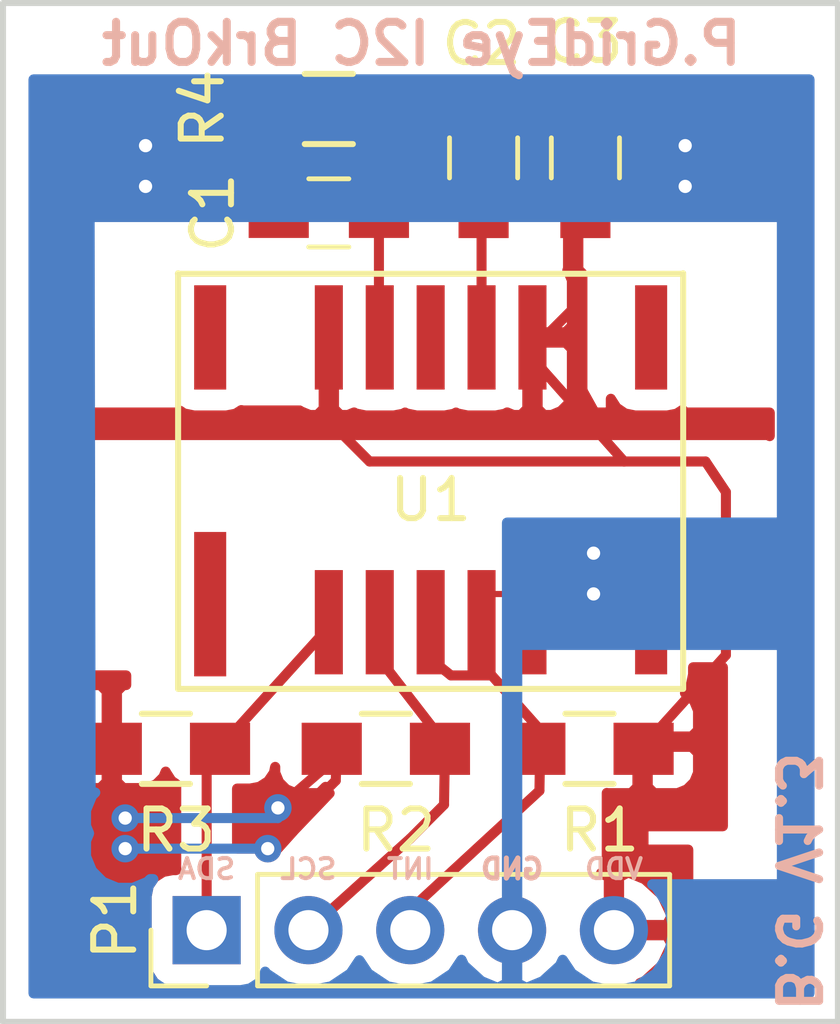
<source format=kicad_pcb>
(kicad_pcb (version 4) (host pcbnew 4.0.5)

  (general
    (links 20)
    (no_connects 0)
    (area 142.164999 98.6742 163.143001 127.159733)
    (thickness 1.6)
    (drawings 12)
    (tracks 67)
    (zones 0)
    (modules 9)
    (nets 9)
  )

  (page A4)
  (layers
    (0 F.Cu signal)
    (31 B.Cu signal hide)
    (34 B.Paste user)
    (35 F.Paste user hide)
    (36 B.SilkS user hide)
    (37 F.SilkS user)
    (38 B.Mask user)
    (39 F.Mask user hide)
    (44 Edge.Cuts user)
  )

  (setup
    (last_trace_width 0.1524)
    (trace_clearance 0.1524)
    (zone_clearance 0.508)
    (zone_45_only yes)
    (trace_min 0.1524)
    (segment_width 0.2)
    (edge_width 0.15)
    (via_size 0.6858)
    (via_drill 0.3302)
    (via_min_size 0.6858)
    (via_min_drill 0.3302)
    (uvia_size 0.762)
    (uvia_drill 0.508)
    (uvias_allowed no)
    (uvia_min_size 0)
    (uvia_min_drill 0)
    (pcb_text_width 0.3)
    (pcb_text_size 1.5 1.5)
    (mod_edge_width 0.15)
    (mod_text_size 1 1)
    (mod_text_width 0.15)
    (pad_size 1.524 1.524)
    (pad_drill 0.762)
    (pad_to_mask_clearance 0.2)
    (aux_axis_origin 147.32 122.174)
    (visible_elements 7FFEDE7F)
    (pcbplotparams
      (layerselection 0x00030_80000001)
      (usegerberextensions false)
      (excludeedgelayer true)
      (linewidth 0.100000)
      (plotframeref false)
      (viasonmask false)
      (mode 1)
      (useauxorigin false)
      (hpglpennumber 1)
      (hpglpenspeed 20)
      (hpglpendiameter 15)
      (hpglpenoverlay 2)
      (psnegative false)
      (psa4output false)
      (plotreference true)
      (plotvalue true)
      (plotinvisibletext false)
      (padsonsilk false)
      (subtractmaskfromsilk false)
      (outputformat 1)
      (mirror false)
      (drillshape 1)
      (scaleselection 1)
      (outputdirectory ""))
  )

  (net 0 "")
  (net 1 "Net-(C1-Pad1)")
  (net 2 GND)
  (net 3 "Net-(C2-Pad1)")
  (net 4 "Net-(C2-Pad2)")
  (net 5 VDD)
  (net 6 INT)
  (net 7 SCL)
  (net 8 SDA)

  (net_class Default "This is the default net class."
    (clearance 0.1524)
    (trace_width 0.1524)
    (via_dia 0.6858)
    (via_drill 0.3302)
    (uvia_dia 0.762)
    (uvia_drill 0.508)
    (add_net GND)
    (add_net INT)
    (add_net "Net-(C1-Pad1)")
    (add_net "Net-(C2-Pad1)")
    (add_net "Net-(C2-Pad2)")
    (add_net SCL)
    (add_net SDA)
    (add_net VDD)
  )

  (net_class OSH_PARK ""
    (clearance 0.1524)
    (trace_width 0.1524)
    (via_dia 0.6858)
    (via_drill 0.3302)
    (uvia_dia 0.762)
    (uvia_drill 0.508)
  )

  (module Panasonic_GridEye:AMG8851 (layer F.Cu) (tedit 593C76EB) (tstamp 589174DD)
    (at 152.908 110.9472)
    (path /588EB397)
    (fp_text reference U1 (at 0 0.5) (layer F.SilkS)
      (effects (font (size 1 1) (thickness 0.15)))
    )
    (fp_text value GridEye (at 0 -0.5) (layer F.Fab)
      (effects (font (size 1 1) (thickness 0.15)))
    )
    (fp_line (start 6.3 -5.15) (end 6.3 5.2) (layer F.SilkS) (width 0.15))
    (fp_line (start 6.3 5.2128) (end -6.3 5.2128) (layer F.SilkS) (width 0.15))
    (fp_line (start -6.3 5.2) (end -6.3 -5.15) (layer F.SilkS) (width 0.15))
    (fp_line (start -6.3048 -5.1366) (end 6.3 -5.1366) (layer F.SilkS) (width 0.15))
    (pad 9 smd rect (at 2.54 -3.55) (size 0.7 2.6) (layers F.Cu F.Paste F.Mask)
      (net 5 VDD))
    (pad 10 smd rect (at 1.27 -3.55) (size 0.7 2.6) (layers F.Cu F.Paste F.Mask)
      (net 3 "Net-(C2-Pad1)"))
    (pad 11 smd rect (at 0 -3.55) (size 0.7 2.6) (layers F.Cu F.Paste F.Mask))
    (pad 12 smd rect (at -1.27 -3.55) (size 0.7 2.6) (layers F.Cu F.Paste F.Mask)
      (net 1 "Net-(C1-Pad1)"))
    (pad 13 smd rect (at -2.54 -3.55) (size 0.7 2.6) (layers F.Cu F.Paste F.Mask)
      (net 5 VDD))
    (pad 1 smd rect (at -5.5 3.1) (size 0.8 3.6) (layers F.Cu F.Paste F.Mask))
    (pad 14 smd rect (at -5.5 -3.55) (size 0.8 2.6) (layers F.Cu F.Paste F.Mask))
    (pad 8 smd rect (at 5.5 -3.55) (size 0.8 2.6) (layers F.Cu F.Paste F.Mask))
    (pad 7 smd rect (at 5.5 3.55) (size 0.8 2.6) (layers F.Cu F.Paste F.Mask))
    (pad 2 smd rect (at -2.54 3.55) (size 0.7 2.6) (layers F.Cu F.Paste F.Mask)
      (net 8 SDA))
    (pad 3 smd rect (at -1.27 3.55) (size 0.7 2.6) (layers F.Cu F.Paste F.Mask)
      (net 7 SCL))
    (pad 4 smd rect (at 0 3.55) (size 0.7 2.6) (layers F.Cu F.Paste F.Mask)
      (net 6 INT))
    (pad 5 smd rect (at 1.27 3.55) (size 0.7 2.6) (layers F.Cu F.Paste F.Mask)
      (net 2 GND))
    (pad 6 smd rect (at 2.54 3.55) (size 0.7 2.6) (layers F.Cu F.Paste F.Mask)
      (net 2 GND))
  )

  (module Capacitors_SMD:C_0805_HandSoldering (layer F.Cu) (tedit 58CC3562) (tstamp 58917450)
    (at 150.368 104.2924 180)
    (descr "Capacitor SMD 0805, hand soldering")
    (tags "capacitor 0805")
    (path /588EBF47)
    (attr smd)
    (fp_text reference C1 (at 2.8956 0 270) (layer F.SilkS)
      (effects (font (size 1 1) (thickness 0.15)))
    )
    (fp_text value 1.5uF (at 0 2.1 180) (layer F.Fab)
      (effects (font (size 1 1) (thickness 0.15)))
    )
    (fp_line (start -1 0.625) (end -1 -0.625) (layer F.Fab) (width 0.1))
    (fp_line (start 1 0.625) (end -1 0.625) (layer F.Fab) (width 0.1))
    (fp_line (start 1 -0.625) (end 1 0.625) (layer F.Fab) (width 0.1))
    (fp_line (start -1 -0.625) (end 1 -0.625) (layer F.Fab) (width 0.1))
    (fp_line (start -2.3 -1) (end 2.3 -1) (layer F.CrtYd) (width 0.05))
    (fp_line (start -2.3 1) (end 2.3 1) (layer F.CrtYd) (width 0.05))
    (fp_line (start -2.3 -1) (end -2.3 1) (layer F.CrtYd) (width 0.05))
    (fp_line (start 2.3 -1) (end 2.3 1) (layer F.CrtYd) (width 0.05))
    (fp_line (start 0.5 -0.85) (end -0.5 -0.85) (layer F.SilkS) (width 0.12))
    (fp_line (start -0.5 0.85) (end 0.5 0.85) (layer F.SilkS) (width 0.12))
    (pad 1 smd rect (at -1.25 0 180) (size 1.5 1.25) (layers F.Cu F.Paste F.Mask)
      (net 1 "Net-(C1-Pad1)"))
    (pad 2 smd rect (at 1.25 0 180) (size 1.5 1.25) (layers F.Cu F.Paste F.Mask)
      (net 2 GND))
    (model Capacitors_SMD.3dshapes/C_0805_HandSoldering.wrl
      (at (xyz 0 0 0))
      (scale (xyz 1 1 1))
      (rotate (xyz 0 0 0))
    )
  )

  (module Capacitors_SMD:C_0805_HandSoldering (layer F.Cu) (tedit 593C7490) (tstamp 58917460)
    (at 154.2288 102.9208 90)
    (descr "Capacitor SMD 0805, hand soldering")
    (tags "capacitor 0805")
    (path /588EB4F3)
    (attr smd)
    (fp_text reference C2 (at 2.8448 -0.0508 360) (layer F.SilkS)
      (effects (font (size 1 1) (thickness 0.15)))
    )
    (fp_text value 1uF (at 0 2.1 90) (layer F.Fab)
      (effects (font (size 1 1) (thickness 0.15)))
    )
    (fp_line (start -1 0.625) (end -1 -0.625) (layer F.Fab) (width 0.1))
    (fp_line (start 1 0.625) (end -1 0.625) (layer F.Fab) (width 0.1))
    (fp_line (start 1 -0.625) (end 1 0.625) (layer F.Fab) (width 0.1))
    (fp_line (start -1 -0.625) (end 1 -0.625) (layer F.Fab) (width 0.1))
    (fp_line (start -2.3 -1) (end 2.3 -1) (layer F.CrtYd) (width 0.05))
    (fp_line (start -2.3 1) (end 2.3 1) (layer F.CrtYd) (width 0.05))
    (fp_line (start -2.3 -1) (end -2.3 1) (layer F.CrtYd) (width 0.05))
    (fp_line (start 2.3 -1) (end 2.3 1) (layer F.CrtYd) (width 0.05))
    (fp_line (start 0.5 -0.85) (end -0.5 -0.85) (layer F.SilkS) (width 0.12))
    (fp_line (start -0.5 0.85) (end 0.5 0.85) (layer F.SilkS) (width 0.12))
    (pad 1 smd rect (at -1.25 0 90) (size 1.5 1.25) (layers F.Cu F.Paste F.Mask)
      (net 3 "Net-(C2-Pad1)"))
    (pad 2 smd rect (at 1.25 0 90) (size 1.5 1.25) (layers F.Cu F.Paste F.Mask)
      (net 4 "Net-(C2-Pad2)"))
    (model Capacitors_SMD.3dshapes/C_0805_HandSoldering.wrl
      (at (xyz 0 0 0))
      (scale (xyz 1 1 1))
      (rotate (xyz 0 0 0))
    )
  )

  (module Capacitors_SMD:C_0805_HandSoldering (layer F.Cu) (tedit 593C7498) (tstamp 58917470)
    (at 156.7688 102.9208 90)
    (descr "Capacitor SMD 0805, hand soldering")
    (tags "capacitor 0805")
    (path /588EC4A4)
    (attr smd)
    (fp_text reference C3 (at 2.8956 -0.0508 360) (layer F.SilkS)
      (effects (font (size 1 1) (thickness 0.15)))
    )
    (fp_text value 10uF (at 0 2.1 90) (layer F.Fab)
      (effects (font (size 1 1) (thickness 0.15)))
    )
    (fp_line (start -1 0.625) (end -1 -0.625) (layer F.Fab) (width 0.1))
    (fp_line (start 1 0.625) (end -1 0.625) (layer F.Fab) (width 0.1))
    (fp_line (start 1 -0.625) (end 1 0.625) (layer F.Fab) (width 0.1))
    (fp_line (start -1 -0.625) (end 1 -0.625) (layer F.Fab) (width 0.1))
    (fp_line (start -2.3 -1) (end 2.3 -1) (layer F.CrtYd) (width 0.05))
    (fp_line (start -2.3 1) (end 2.3 1) (layer F.CrtYd) (width 0.05))
    (fp_line (start -2.3 -1) (end -2.3 1) (layer F.CrtYd) (width 0.05))
    (fp_line (start 2.3 -1) (end 2.3 1) (layer F.CrtYd) (width 0.05))
    (fp_line (start 0.5 -0.85) (end -0.5 -0.85) (layer F.SilkS) (width 0.12))
    (fp_line (start -0.5 0.85) (end 0.5 0.85) (layer F.SilkS) (width 0.12))
    (pad 1 smd rect (at -1.25 0 90) (size 1.5 1.25) (layers F.Cu F.Paste F.Mask)
      (net 5 VDD))
    (pad 2 smd rect (at 1.25 0 90) (size 1.5 1.25) (layers F.Cu F.Paste F.Mask)
      (net 2 GND))
    (model Capacitors_SMD.3dshapes/C_0805_HandSoldering.wrl
      (at (xyz 0 0 0))
      (scale (xyz 1 1 1))
      (rotate (xyz 0 0 0))
    )
  )

  (module Pin_Headers:Pin_Header_Straight_1x05_Pitch2.54mm (layer F.Cu) (tedit 58941315) (tstamp 58917487)
    (at 147.32 122.174 90)
    (descr "Through hole straight pin header, 1x05, 2.54mm pitch, single row")
    (tags "Through hole pin header THT 1x05 2.54mm single row")
    (path /588F05A1)
    (fp_text reference P1 (at 0.254 -2.286 90) (layer F.SilkS)
      (effects (font (size 1 1) (thickness 0.15)))
    )
    (fp_text value CONN_01X05 (at 0 12.55 90) (layer F.Fab)
      (effects (font (size 1 1) (thickness 0.15)))
    )
    (fp_line (start -1.27 -1.27) (end -1.27 11.43) (layer F.Fab) (width 0.1))
    (fp_line (start -1.27 11.43) (end 1.27 11.43) (layer F.Fab) (width 0.1))
    (fp_line (start 1.27 11.43) (end 1.27 -1.27) (layer F.Fab) (width 0.1))
    (fp_line (start 1.27 -1.27) (end -1.27 -1.27) (layer F.Fab) (width 0.1))
    (fp_line (start -1.39 1.27) (end -1.39 11.55) (layer F.SilkS) (width 0.12))
    (fp_line (start -1.39 11.55) (end 1.39 11.55) (layer F.SilkS) (width 0.12))
    (fp_line (start 1.39 11.55) (end 1.39 1.27) (layer F.SilkS) (width 0.12))
    (fp_line (start 1.39 1.27) (end -1.39 1.27) (layer F.SilkS) (width 0.12))
    (fp_line (start -1.39 0) (end -1.39 -1.39) (layer F.SilkS) (width 0.12))
    (fp_line (start -1.39 -1.39) (end 0 -1.39) (layer F.SilkS) (width 0.12))
    (fp_line (start -1.6 -1.6) (end -1.6 11.7) (layer F.CrtYd) (width 0.05))
    (fp_line (start -1.6 11.7) (end 1.6 11.7) (layer F.CrtYd) (width 0.05))
    (fp_line (start 1.6 11.7) (end 1.6 -1.6) (layer F.CrtYd) (width 0.05))
    (fp_line (start 1.6 -1.6) (end -1.6 -1.6) (layer F.CrtYd) (width 0.05))
    (pad 1 thru_hole rect (at 0 0 90) (size 1.7 1.7) (drill 1) (layers *.Cu *.Mask)
      (net 8 SDA))
    (pad 2 thru_hole oval (at 0 2.54 90) (size 1.7 1.7) (drill 1) (layers *.Cu *.Mask)
      (net 7 SCL))
    (pad 3 thru_hole oval (at 0 5.08 90) (size 1.7 1.7) (drill 1) (layers *.Cu *.Mask)
      (net 6 INT))
    (pad 4 thru_hole oval (at 0 7.62 90) (size 1.7 1.7) (drill 1) (layers *.Cu *.Mask)
      (net 2 GND))
    (pad 5 thru_hole oval (at 0 10.16 90) (size 1.7 1.7) (drill 1) (layers *.Cu *.Mask)
      (net 5 VDD))
    (model Pin_Headers.3dshapes/Pin_Header_Straight_1x05_Pitch2.54mm.wrl
      (at (xyz 0 -0.2 0))
      (scale (xyz 1 1 1))
      (rotate (xyz 0 0 90))
    )
  )

  (module Resistors_SMD:R_0805_HandSoldering (layer F.Cu) (tedit 5894138F) (tstamp 58917497)
    (at 156.8704 117.6528 180)
    (descr "Resistor SMD 0805, hand soldering")
    (tags "resistor 0805")
    (path /588EB428)
    (attr smd)
    (fp_text reference R1 (at -0.254 -2.032 180) (layer F.SilkS)
      (effects (font (size 1 1) (thickness 0.15)))
    )
    (fp_text value 10K (at 0 2.1 180) (layer F.Fab)
      (effects (font (size 1 1) (thickness 0.15)))
    )
    (fp_line (start -1 0.625) (end -1 -0.625) (layer F.Fab) (width 0.1))
    (fp_line (start 1 0.625) (end -1 0.625) (layer F.Fab) (width 0.1))
    (fp_line (start 1 -0.625) (end 1 0.625) (layer F.Fab) (width 0.1))
    (fp_line (start -1 -0.625) (end 1 -0.625) (layer F.Fab) (width 0.1))
    (fp_line (start -2.4 -1) (end 2.4 -1) (layer F.CrtYd) (width 0.05))
    (fp_line (start -2.4 1) (end 2.4 1) (layer F.CrtYd) (width 0.05))
    (fp_line (start -2.4 -1) (end -2.4 1) (layer F.CrtYd) (width 0.05))
    (fp_line (start 2.4 -1) (end 2.4 1) (layer F.CrtYd) (width 0.05))
    (fp_line (start 0.6 0.875) (end -0.6 0.875) (layer F.SilkS) (width 0.15))
    (fp_line (start -0.6 -0.875) (end 0.6 -0.875) (layer F.SilkS) (width 0.15))
    (pad 1 smd rect (at -1.35 0 180) (size 1.5 1.3) (layers F.Cu F.Paste F.Mask)
      (net 5 VDD))
    (pad 2 smd rect (at 1.35 0 180) (size 1.5 1.3) (layers F.Cu F.Paste F.Mask)
      (net 6 INT))
    (model Resistors_SMD.3dshapes/R_0805_HandSoldering.wrl
      (at (xyz 0 0 0))
      (scale (xyz 1 1 1))
      (rotate (xyz 0 0 0))
    )
  )

  (module Resistors_SMD:R_0805_HandSoldering (layer F.Cu) (tedit 5894138C) (tstamp 589174A7)
    (at 151.7904 117.6528)
    (descr "Resistor SMD 0805, hand soldering")
    (tags "resistor 0805")
    (path /588EB478)
    (attr smd)
    (fp_text reference R2 (at 0.254 2.032) (layer F.SilkS)
      (effects (font (size 1 1) (thickness 0.15)))
    )
    (fp_text value 10K (at 0 2.1) (layer F.Fab)
      (effects (font (size 1 1) (thickness 0.15)))
    )
    (fp_line (start -1 0.625) (end -1 -0.625) (layer F.Fab) (width 0.1))
    (fp_line (start 1 0.625) (end -1 0.625) (layer F.Fab) (width 0.1))
    (fp_line (start 1 -0.625) (end 1 0.625) (layer F.Fab) (width 0.1))
    (fp_line (start -1 -0.625) (end 1 -0.625) (layer F.Fab) (width 0.1))
    (fp_line (start -2.4 -1) (end 2.4 -1) (layer F.CrtYd) (width 0.05))
    (fp_line (start -2.4 1) (end 2.4 1) (layer F.CrtYd) (width 0.05))
    (fp_line (start -2.4 -1) (end -2.4 1) (layer F.CrtYd) (width 0.05))
    (fp_line (start 2.4 -1) (end 2.4 1) (layer F.CrtYd) (width 0.05))
    (fp_line (start 0.6 0.875) (end -0.6 0.875) (layer F.SilkS) (width 0.15))
    (fp_line (start -0.6 -0.875) (end 0.6 -0.875) (layer F.SilkS) (width 0.15))
    (pad 1 smd rect (at -1.35 0) (size 1.5 1.3) (layers F.Cu F.Paste F.Mask)
      (net 5 VDD))
    (pad 2 smd rect (at 1.35 0) (size 1.5 1.3) (layers F.Cu F.Paste F.Mask)
      (net 7 SCL))
    (model Resistors_SMD.3dshapes/R_0805_HandSoldering.wrl
      (at (xyz 0 0 0))
      (scale (xyz 1 1 1))
      (rotate (xyz 0 0 0))
    )
  )

  (module Resistors_SMD:R_0805_HandSoldering (layer F.Cu) (tedit 58941392) (tstamp 589174B7)
    (at 146.304 117.6528)
    (descr "Resistor SMD 0805, hand soldering")
    (tags "resistor 0805")
    (path /588EB459)
    (attr smd)
    (fp_text reference R3 (at 0.254 2.032) (layer F.SilkS)
      (effects (font (size 1 1) (thickness 0.15)))
    )
    (fp_text value 10K (at 0 2.1) (layer F.Fab)
      (effects (font (size 1 1) (thickness 0.15)))
    )
    (fp_line (start -1 0.625) (end -1 -0.625) (layer F.Fab) (width 0.1))
    (fp_line (start 1 0.625) (end -1 0.625) (layer F.Fab) (width 0.1))
    (fp_line (start 1 -0.625) (end 1 0.625) (layer F.Fab) (width 0.1))
    (fp_line (start -1 -0.625) (end 1 -0.625) (layer F.Fab) (width 0.1))
    (fp_line (start -2.4 -1) (end 2.4 -1) (layer F.CrtYd) (width 0.05))
    (fp_line (start -2.4 1) (end 2.4 1) (layer F.CrtYd) (width 0.05))
    (fp_line (start -2.4 -1) (end -2.4 1) (layer F.CrtYd) (width 0.05))
    (fp_line (start 2.4 -1) (end 2.4 1) (layer F.CrtYd) (width 0.05))
    (fp_line (start 0.6 0.875) (end -0.6 0.875) (layer F.SilkS) (width 0.15))
    (fp_line (start -0.6 -0.875) (end 0.6 -0.875) (layer F.SilkS) (width 0.15))
    (pad 1 smd rect (at -1.35 0) (size 1.5 1.3) (layers F.Cu F.Paste F.Mask)
      (net 5 VDD))
    (pad 2 smd rect (at 1.35 0) (size 1.5 1.3) (layers F.Cu F.Paste F.Mask)
      (net 8 SDA))
    (model Resistors_SMD.3dshapes/R_0805_HandSoldering.wrl
      (at (xyz 0 0 0))
      (scale (xyz 1 1 1))
      (rotate (xyz 0 0 0))
    )
  )

  (module Resistors_SMD:R_0805_HandSoldering (layer F.Cu) (tedit 58EECDD3) (tstamp 589174C7)
    (at 150.368 101.7016 180)
    (descr "Resistor SMD 0805, hand soldering")
    (tags "resistor 0805")
    (path /588EB5AB)
    (attr smd)
    (fp_text reference R4 (at 3.1496 0 450) (layer F.SilkS)
      (effects (font (size 1 1) (thickness 0.15)))
    )
    (fp_text value 10 (at 0 2.1 180) (layer F.Fab)
      (effects (font (size 1 1) (thickness 0.15)))
    )
    (fp_line (start -1 0.625) (end -1 -0.625) (layer F.Fab) (width 0.1))
    (fp_line (start 1 0.625) (end -1 0.625) (layer F.Fab) (width 0.1))
    (fp_line (start 1 -0.625) (end 1 0.625) (layer F.Fab) (width 0.1))
    (fp_line (start -1 -0.625) (end 1 -0.625) (layer F.Fab) (width 0.1))
    (fp_line (start -2.4 -1) (end 2.4 -1) (layer F.CrtYd) (width 0.05))
    (fp_line (start -2.4 1) (end 2.4 1) (layer F.CrtYd) (width 0.05))
    (fp_line (start -2.4 -1) (end -2.4 1) (layer F.CrtYd) (width 0.05))
    (fp_line (start 2.4 -1) (end 2.4 1) (layer F.CrtYd) (width 0.05))
    (fp_line (start 0.6 0.875) (end -0.6 0.875) (layer F.SilkS) (width 0.15))
    (fp_line (start -0.6 -0.875) (end 0.6 -0.875) (layer F.SilkS) (width 0.15))
    (pad 1 smd rect (at -1.35 0 180) (size 1.5 1.3) (layers F.Cu F.Paste F.Mask)
      (net 4 "Net-(C2-Pad2)"))
    (pad 2 smd rect (at 1.35 0 180) (size 1.5 1.3) (layers F.Cu F.Paste F.Mask)
      (net 2 GND))
    (model Resistors_SMD.3dshapes/R_0805_HandSoldering.wrl
      (at (xyz 0 0 0))
      (scale (xyz 1 1 1))
      (rotate (xyz 0 0 0))
    )
  )

  (gr_text B.G (at 162.052 122.936 270) (layer B.SilkS)
    (effects (font (size 1 1) (thickness 0.2)) (justify mirror))
  )
  (gr_text "P.GridEye I2C BrkOut" (at 152.6794 100.076) (layer B.SilkS)
    (effects (font (size 1 1) (thickness 0.2)) (justify mirror))
  )
  (gr_text V1.3 (at 162.052 119.38 270) (layer B.SilkS)
    (effects (font (size 1 1) (thickness 0.2)) (justify mirror))
  )
  (gr_text VDD (at 157.48 120.65) (layer B.SilkS)
    (effects (font (size 0.5 0.5) (thickness 0.1)) (justify mirror))
  )
  (gr_text GND (at 154.94 120.65) (layer B.SilkS)
    (effects (font (size 0.5 0.5) (thickness 0.125)) (justify mirror))
  )
  (gr_text INT (at 152.4 120.65) (layer B.SilkS)
    (effects (font (size 0.5 0.5) (thickness 0.1)) (justify mirror))
  )
  (gr_text SCL (at 149.86 120.65) (layer B.SilkS)
    (effects (font (size 0.5 0.5) (thickness 0.1)) (justify mirror))
  )
  (gr_text SDA (at 147.32 120.65) (layer B.SilkS)
    (effects (font (size 0.5 0.5) (thickness 0.1)) (justify mirror))
  )
  (gr_line (start 163.068 124.46) (end 142.24 124.46) (angle 90) (layer Edge.Cuts) (width 0.15))
  (gr_line (start 163.068 99.06) (end 163.068 124.46) (angle 90) (layer Edge.Cuts) (width 0.15))
  (gr_line (start 142.24 99.06) (end 163.068 99.06) (angle 90) (layer Edge.Cuts) (width 0.15))
  (gr_line (start 142.24 124.46) (end 142.24 99.06) (angle 90) (layer Edge.Cuts) (width 0.15))

  (segment (start 151.618 104.648) (end 151.618 107.674) (width 0.25) (layer F.Cu) (net 1) (status 20))
  (segment (start 151.618 107.674) (end 151.638 107.694) (width 0.25) (layer F.Cu) (net 1) (tstamp 58941023) (status 30))
  (segment (start 155.448 113.794) (end 154.178 113.794) (width 0.1524) (layer F.Cu) (net 2) (status 30))
  (via (at 145.796 103.632) (size 0.6858) (drill 0.3302) (layers F.Cu B.Cu) (net 2))
  (segment (start 149.018 102.108) (end 147.32 102.108) (width 0.1524) (layer F.Cu) (net 2) (tstamp 58940FF9) (status 10))
  (segment (start 147.32 102.108) (end 145.796 103.632) (width 0.1524) (layer F.Cu) (net 2) (tstamp 58940FF8))
  (via (at 159.258 103.632) (size 0.6858) (drill 0.3302) (layers F.Cu B.Cu) (net 2))
  (segment (start 157.988 102.128) (end 157.988 102.362) (width 0.1524) (layer F.Cu) (net 2) (tstamp 58940FEA))
  (segment (start 157.988 102.362) (end 159.258 103.632) (width 0.1524) (layer F.Cu) (net 2) (tstamp 58940FE9))
  (via (at 156.972 112.776) (size 0.6858) (drill 0.3302) (layers F.Cu B.Cu) (net 2))
  (segment (start 155.448 113.794) (end 155.954 113.794) (width 0.1524) (layer F.Cu) (net 2) (tstamp 58940FE5) (status 10))
  (segment (start 155.954 113.794) (end 156.972 112.776) (width 0.1524) (layer F.Cu) (net 2) (tstamp 58940FE4))
  (via (at 156.972 113.792) (size 0.6858) (drill 0.3302) (layers F.Cu B.Cu) (net 2))
  (segment (start 155.448 113.794) (end 156.97 113.794) (width 0.1524) (layer F.Cu) (net 2) (tstamp 58940FDF) (status 10))
  (segment (start 156.97 113.794) (end 156.972 113.792) (width 0.1524) (layer F.Cu) (net 2) (tstamp 58940FDE))
  (via (at 145.796 102.616) (size 0.6858) (drill 0.3302) (layers F.Cu B.Cu) (net 2))
  (segment (start 149.018 102.108) (end 146.304 102.108) (width 0.1524) (layer F.Cu) (net 2) (tstamp 58940FB7) (status 10))
  (segment (start 146.304 102.108) (end 145.796 102.616) (width 0.1524) (layer F.Cu) (net 2) (tstamp 58940FB6))
  (via (at 159.258 102.616) (size 0.6858) (drill 0.3302) (layers F.Cu B.Cu) (net 2))
  (segment (start 156.464 102.128) (end 157.988 102.128) (width 0.1524) (layer F.Cu) (net 2) (tstamp 58940FAD) (status 10))
  (segment (start 157.988 102.128) (end 158.77 102.128) (width 0.1524) (layer F.Cu) (net 2) (tstamp 58940FED))
  (segment (start 158.77 102.128) (end 159.258 102.616) (width 0.1524) (layer F.Cu) (net 2) (tstamp 58940FAC))
  (segment (start 149.118 104.648) (end 149.118 102.208) (width 0.1524) (layer F.Cu) (net 2) (status 30))
  (segment (start 149.118 102.208) (end 149.018 102.108) (width 0.1524) (layer F.Cu) (net 2) (tstamp 58940FA6) (status 30))
  (segment (start 154.178 107.694) (end 154.178 104.628) (width 0.25) (layer F.Cu) (net 3) (status 10))
  (segment (start 154.178 102.128) (end 151.738 102.128) (width 0.25) (layer F.Cu) (net 4) (status 30))
  (segment (start 151.738 102.128) (end 151.718 102.108) (width 0.25) (layer F.Cu) (net 4) (tstamp 58940FBA) (status 30))
  (via (at 145.288 120.142) (size 0.6858) (drill 0.3302) (layers F.Cu B.Cu) (net 5))
  (segment (start 150.5674 117.5258) (end 150.542 118.444) (width 0.25) (layer F.Cu) (net 5) (tstamp 58941285) (status 10))
  (segment (start 148.844 120.142) (end 150.542 118.444) (width 0.25) (layer F.Cu) (net 5) (tstamp 58941284))
  (via (at 148.844 120.142) (size 0.6858) (drill 0.3302) (layers F.Cu B.Cu) (net 5))
  (segment (start 148.844 120.142) (end 145.288 120.142) (width 0.25) (layer B.Cu) (net 5) (tstamp 5894127E))
  (via (at 145.288 119.38) (size 0.6858) (drill 0.3302) (layers F.Cu B.Cu) (net 5))
  (segment (start 150.5674 117.8598) (end 149.098 119.126) (width 0.25) (layer F.Cu) (net 5) (tstamp 58941226) (status 10))
  (via (at 149.098 119.126) (size 0.6858) (drill 0.3302) (layers F.Cu B.Cu) (net 5))
  (segment (start 149.098 119.38) (end 149.098 119.126) (width 0.25) (layer B.Cu) (net 5) (tstamp 5894121D))
  (segment (start 149.098 119.38) (end 145.288 119.38) (width 0.25) (layer B.Cu) (net 5) (tstamp 5894121C))
  (segment (start 150.5674 117.8598) (end 150.5674 117.5258) (width 0.25) (layer F.Cu) (net 5) (tstamp 58941227) (status 30))
  (segment (start 157.734 110.49) (end 151.384 110.49) (width 0.25) (layer F.Cu) (net 5))
  (segment (start 150.368 109.474) (end 150.368 107.694) (width 0.25) (layer F.Cu) (net 5) (tstamp 58940FCE) (status 20))
  (segment (start 151.384 110.49) (end 150.368 109.474) (width 0.25) (layer F.Cu) (net 5) (tstamp 58940FCC))
  (segment (start 158.3474 117.5258) (end 158.3474 117.4458) (width 0.25) (layer F.Cu) (net 5) (status 30))
  (segment (start 158.3474 117.4458) (end 160.274 115.316) (width 0.25) (layer F.Cu) (net 5) (tstamp 58940FC3) (status 10))
  (segment (start 160.274 115.316) (end 160.274 111.252) (width 0.25) (layer F.Cu) (net 5) (tstamp 58940FC4))
  (segment (start 160.274 111.252) (end 159.766 110.49) (width 0.25) (layer F.Cu) (net 5) (tstamp 58940FC6))
  (segment (start 159.766 110.49) (end 157.734 110.49) (width 0.25) (layer F.Cu) (net 5) (tstamp 58940FC7))
  (segment (start 157.734 110.49) (end 155.702 108.204) (width 0.25) (layer F.Cu) (net 5) (tstamp 58940FC8) (status 20))
  (segment (start 155.702 108.204) (end 155.448 107.694) (width 0.25) (layer F.Cu) (net 5) (tstamp 58940FCB) (status 30))
  (segment (start 155.448 107.694) (end 155.45 107.694) (width 0.25) (layer F.Cu) (net 5) (status 30))
  (segment (start 155.45 107.694) (end 156.464 106.68) (width 0.25) (layer F.Cu) (net 5) (tstamp 58940FBF) (status 10))
  (segment (start 156.464 106.68) (end 156.464 104.628) (width 0.25) (layer F.Cu) (net 5) (tstamp 58940FC0) (status 20))
  (segment (start 152.4 122.174) (end 152.4 121.666) (width 0.25) (layer F.Cu) (net 6) (status 30))
  (segment (start 152.4 121.666) (end 155.622 118.698) (width 0.25) (layer F.Cu) (net 6) (tstamp 589182D7) (status 10))
  (segment (start 155.622 118.698) (end 155.6474 117.1918) (width 0.25) (layer F.Cu) (net 6) (tstamp 589182D8) (status 20))
  (segment (start 155.6474 117.1918) (end 154.432 115.824) (width 0.25) (layer F.Cu) (net 6) (tstamp 589182DA) (status 10))
  (segment (start 154.432 115.824) (end 153.416 115.824) (width 0.25) (layer F.Cu) (net 6) (tstamp 589182DC))
  (segment (start 153.416 115.824) (end 152.908 115.4176) (width 0.25) (layer F.Cu) (net 6) (tstamp 589182DE))
  (segment (start 152.908 115.4176) (end 152.908 113.792) (width 0.25) (layer F.Cu) (net 6) (tstamp 589182DF) (status 20))
  (segment (start 152.908 113.792) (end 152.908 113.794) (width 0.25) (layer F.Cu) (net 6) (tstamp 589182E0) (status 30))
  (segment (start 151.638 113.794) (end 151.638 115.4176) (width 0.25) (layer F.Cu) (net 7) (status 10))
  (segment (start 151.638 115.4176) (end 153.2674 117.5258) (width 0.25) (layer F.Cu) (net 7) (tstamp 589182CF) (status 20))
  (segment (start 153.2674 117.5258) (end 153.242 119.046) (width 0.25) (layer F.Cu) (net 7) (tstamp 589182D1) (status 10))
  (segment (start 153.242 119.046) (end 152.4 119.888) (width 0.25) (layer F.Cu) (net 7) (tstamp 589182D2))
  (segment (start 152.4 119.888) (end 149.86 122.174) (width 0.25) (layer F.Cu) (net 7) (tstamp 589182D4) (status 20))
  (segment (start 150.368 113.794) (end 150.220001 114.781999) (width 0.25) (layer F.Cu) (net 8) (status 30))
  (segment (start 150.220001 114.781999) (end 147.32 117.9868) (width 0.25) (layer F.Cu) (net 8) (tstamp 58918258) (status 20))
  (segment (start 147.32 117.9868) (end 147.32 122.047) (width 0.25) (layer F.Cu) (net 8) (tstamp 5891825A) (status 10))

  (zone (net 2) (net_name GND) (layer B.Cu) (tstamp 589182B5) (hatch edge 0.508)
    (connect_pads (clearance 0.508))
    (min_thickness 0.254)
    (fill yes (arc_segments 16) (thermal_gap 0.508) (thermal_bridge_width 0.508))
    (polygon
      (pts
        (xy 162.4965 124.1425) (xy 142.875 123.952) (xy 142.875 100.838) (xy 162.4965 100.838)
      )
    )
    (polygon
      (pts        (xy 155.194 115.189) (xy 155.194 120.904) (xy 161.544 120.904) (xy 161.544 115.189)
      )
    )
    (polygon
      (pts        (xy 144.526 104.521) (xy 144.5514 118.618) (xy 150.9776 118.618) (xy 151.003 120.904) (xy 154.686 120.904)
        (xy 154.686 111.887) (xy 161.544 111.887) (xy 161.544 104.521)
      )
    )
    (filled_polygon
      (pts
        (xy 162.358 123.75) (xy 143.002 123.75) (xy 143.002 119.573663) (xy 144.309931 119.573663) (xy 144.387344 119.761016)
        (xy 144.31027 119.94663) (xy 144.309931 120.335663) (xy 144.458493 120.695212) (xy 144.733341 120.97054) (xy 145.09263 121.11973)
        (xy 145.481663 121.120069) (xy 145.841212 120.971507) (xy 145.91084 120.902) (xy 145.9898 120.902) (xy 145.873569 121.07211)
        (xy 145.82256 121.324) (xy 145.82256 123.024) (xy 145.866838 123.259317) (xy 146.00591 123.475441) (xy 146.21811 123.620431)
        (xy 146.47 123.67144) (xy 148.17 123.67144) (xy 148.405317 123.627162) (xy 148.621441 123.48809) (xy 148.766431 123.27589)
        (xy 148.780086 123.208459) (xy 148.809946 123.253147) (xy 149.291715 123.575054) (xy 149.86 123.688093) (xy 150.428285 123.575054)
        (xy 150.910054 123.253147) (xy 151.13 122.923974) (xy 151.349946 123.253147) (xy 151.831715 123.575054) (xy 152.4 123.688093)
        (xy 152.968285 123.575054) (xy 153.450054 123.253147) (xy 153.677702 122.912447) (xy 153.744817 123.055358) (xy 154.173076 123.445645)
        (xy 154.58311 123.615476) (xy 154.813 123.494155) (xy 154.813 122.301) (xy 154.793 122.301) (xy 154.793 122.047)
        (xy 154.813 122.047) (xy 154.813 115.189) (xy 155.067 115.189) (xy 155.067 122.047) (xy 155.087 122.047)
        (xy 155.087 122.301) (xy 155.067 122.301) (xy 155.067 123.494155) (xy 155.29689 123.615476) (xy 155.706924 123.445645)
        (xy 156.135183 123.055358) (xy 156.202298 122.912447) (xy 156.429946 123.253147) (xy 156.911715 123.575054) (xy 157.48 123.688093)
        (xy 158.048285 123.575054) (xy 158.530054 123.253147) (xy 158.851961 122.771378) (xy 158.965 122.203093) (xy 158.965 122.144907)
        (xy 158.851961 121.576622) (xy 158.530054 121.094853) (xy 158.434491 121.031) (xy 161.544 121.031) (xy 161.59341 121.020994)
        (xy 161.635035 120.992553) (xy 161.662315 120.950159) (xy 161.671 120.904) (xy 161.671 115.189) (xy 161.660994 115.13959)
        (xy 161.632553 115.097965) (xy 161.590159 115.070685) (xy 161.544 115.062) (xy 155.194 115.062) (xy 155.14459 115.072006)
        (xy 155.102965 115.100447) (xy 155.075685 115.142841) (xy 155.067 115.189) (xy 154.813 115.189) (xy 154.813 112.014)
        (xy 161.544 112.014) (xy 161.59341 112.003994) (xy 161.635035 111.975553) (xy 161.662315 111.933159) (xy 161.671 111.887)
        (xy 161.671 104.521) (xy 161.660994 104.47159) (xy 161.632553 104.429965) (xy 161.590159 104.402685) (xy 161.544 104.394)
        (xy 144.526 104.394) (xy 144.47659 104.404006) (xy 144.434965 104.432447) (xy 144.407685 104.474841) (xy 144.399 104.521229)
        (xy 144.4244 118.618229) (xy 144.434495 118.667621) (xy 144.463011 118.709194) (xy 144.505454 118.736398) (xy 144.541751 118.743194)
        (xy 144.45946 118.825341) (xy 144.31027 119.18463) (xy 144.309931 119.573663) (xy 143.002 119.573663) (xy 143.002 100.965)
        (xy 162.358 100.965)
      )
    )
  )
  (zone (net 5) (net_name VDD) (layer F.Cu) (tstamp 589182BC) (hatch edge 0.508)
    (connect_pads (clearance 0.508))
    (min_thickness 0.254)
    (fill yes (arc_segments 16) (thermal_gap 0.508) (thermal_bridge_width 0.508))
    (polygon
      (pts
        (xy 157.8864 101.1682) (xy 158.6484 101.1682) (xy 159.1056 101.727) (xy 159.8676 101.727) (xy 159.915225 104.013)
        (xy 159.0802 104.013) (xy 158.6992 103.632) (xy 158.1912 102.5398) (xy 157.4292 102.5398) (xy 157.4292 105.1814)
        (xy 156.8196 105.6894) (xy 156.8196 108.6866) (xy 157.0736 109.1438) (xy 157.2768 109.1438) (xy 157.2768 106.2228)
        (xy 157.6324 105.918) (xy 159.3088 105.918) (xy 159.3088 109.1438) (xy 161.4932 109.1438) (xy 161.4932 123.6218)
        (xy 145.2372 123.6218) (xy 142.9512 121.285) (xy 142.9512 109.1438) (xy 146.558 109.1438) (xy 146.558 105.6894)
        (xy 148.2344 105.6894) (xy 148.2344 109.093) (xy 149.6314 109.093) (xy 149.7076 105.3846) (xy 148.1836 105.3846)
        (xy 147.8407 104.9655) (xy 147.9042 103.5685) (xy 147.3454 103.2002) (xy 147.352002 102.251889) (xy 147.7772 100.5586)
        (xy 157.5308 100.5586)
      )
    )
    (polygon
      (pts        (xy 150.7236 118.0338) (xy 150.7236 118.5926) (xy 149.606 119.761) (xy 149.1488 120.269) (xy 147.9804 120.269)
        (xy 147.9804 120.7262) (xy 150.5204 120.7262) (xy 152.8064 118.5926) (xy 152.8064 118.0338)
      )
    )
    (polygon
      (pts        (xy 156.0068 118.11) (xy 156.0068 120.6246) (xy 157.1752 120.6246) (xy 157.1752 118.6434) (xy 157.8356 118.11)
      )
    )
    (polygon
      (pts        (xy 149.4028 115.443) (xy 148.5392 116.3066) (xy 148.5392 116.713) (xy 149.5044 116.713) (xy 149.5044 116.0526)
        (xy 151.384 116.0526) (xy 151.384 115.443)
      )
    )
    (polygon
      (pts        (xy 155.2448 115.2398) (xy 155.2448 115.8494) (xy 158.0388 115.8494) (xy 158.0388 115.2398)
      )
    )
    (polygon
      (pts        (xy 149.9108 105.283) (xy 149.9108 105.791) (xy 150.7236 105.791) (xy 150.7236 105.283)
      )
    )
    (filled_polygon
      (pts
        (xy 160.1978 119.5832) (xy 158.3436 119.5832) (xy 158.297441 119.591885) (xy 158.255047 119.619165) (xy 158.226606 119.66079)
        (xy 158.2166 119.7102) (xy 158.2166 120.0404) (xy 158.225285 120.086559) (xy 158.252565 120.128953) (xy 158.29419 120.157394)
        (xy 158.3436 120.1674) (xy 159.3342 120.1674) (xy 159.3342 123.2154) (xy 159.342885 123.261559) (xy 159.370165 123.303953)
        (xy 159.41179 123.332394) (xy 159.4612 123.3424) (xy 161.29 123.3424) (xy 161.336159 123.333715) (xy 161.3662 123.314384)
        (xy 161.3662 123.4948) (xy 158.128246 123.4948) (xy 158.246924 123.445645) (xy 158.675183 123.055358) (xy 158.921486 122.530892)
        (xy 158.800819 122.301) (xy 157.607 122.301) (xy 157.607 122.321) (xy 157.353 122.321) (xy 157.353 122.301)
        (xy 157.333 122.301) (xy 157.333 122.047) (xy 157.353 122.047) (xy 157.353 120.853845) (xy 157.607 120.853845)
        (xy 157.607 122.047) (xy 158.800819 122.047) (xy 158.921486 121.817108) (xy 158.675183 121.292642) (xy 158.246924 120.902355)
        (xy 157.83689 120.732524) (xy 157.607 120.853845) (xy 157.353 120.853845) (xy 157.159257 120.7516) (xy 157.1752 120.7516)
        (xy 157.22461 120.741594) (xy 157.266235 120.713153) (xy 157.293515 120.670759) (xy 157.3022 120.6246) (xy 157.3022 118.753169)
        (xy 157.318691 118.76) (xy 157.90925 118.76) (xy 158.068 118.60125) (xy 158.068 117.602) (xy 158.322 117.602)
        (xy 158.322 118.60125) (xy 158.48075 118.76) (xy 159.071309 118.76) (xy 159.304698 118.663327) (xy 159.483327 118.484699)
        (xy 159.58 118.25131) (xy 159.58 117.76075) (xy 159.42125 117.602) (xy 158.322 117.602) (xy 158.068 117.602)
        (xy 158.048 117.602) (xy 158.048 117.348) (xy 158.068 117.348) (xy 158.068 117.328) (xy 158.322 117.328)
        (xy 158.322 117.348) (xy 159.42125 117.348) (xy 159.58 117.18925) (xy 159.58 116.69869) (xy 159.483327 116.465301)
        (xy 159.304698 116.286673) (xy 159.253166 116.265328) (xy 159.259441 116.26129) (xy 159.404431 116.04909) (xy 159.45544 115.7972)
        (xy 159.45544 115.6208) (xy 160.1978 115.6208)
      )
    )
    (filled_polygon
      (pts
        (xy 156.591 104.3486) (xy 156.611 104.3486) (xy 156.611 104.6026) (xy 156.591 104.6026) (xy 156.591 105.70185)
        (xy 156.6926 105.80345) (xy 156.6926 108.6866) (xy 156.708582 108.748277) (xy 156.962582 109.205477) (xy 156.995324 109.24381)
        (xy 157.040401 109.266384) (xy 157.0736 109.2708) (xy 157.2768 109.2708) (xy 157.32621 109.260794) (xy 157.367835 109.232353)
        (xy 157.395115 109.189959) (xy 157.4038 109.1438) (xy 157.4038 108.927001) (xy 157.404838 108.932517) (xy 157.54391 109.148641)
        (xy 157.75611 109.293631) (xy 158.008 109.34464) (xy 158.808 109.34464) (xy 159.043317 109.300362) (xy 159.197312 109.201269)
        (xy 159.220247 109.234835) (xy 159.262641 109.262115) (xy 159.3088 109.2708) (xy 161.3662 109.2708) (xy 161.3662 109.857911)
        (xy 161.33941 109.839606) (xy 161.29 109.8296) (xy 143.8148 109.8296) (xy 143.768641 109.838285) (xy 143.726247 109.865565)
        (xy 143.697806 109.90719) (xy 143.6878 109.9566) (xy 143.6878 115.697) (xy 143.696485 115.743159) (xy 143.723765 115.785553)
        (xy 143.76539 115.813994) (xy 143.8148 115.824) (xy 145.3134 115.824) (xy 145.3134 116.063) (xy 145.23975 116.063)
        (xy 145.081 116.22175) (xy 145.081 117.221) (xy 145.101 117.221) (xy 145.101 117.475) (xy 145.081 117.475)
        (xy 145.081 118.47425) (xy 145.23975 118.633) (xy 145.830309 118.633) (xy 146.063698 118.536327) (xy 146.242327 118.357699)
        (xy 146.298654 118.221713) (xy 146.300838 118.233317) (xy 146.43991 118.449441) (xy 146.56 118.531495) (xy 146.56 120.67656)
        (xy 146.47 120.67656) (xy 146.234683 120.720838) (xy 146.018559 120.85991) (xy 145.873569 121.07211) (xy 145.82256 121.324)
        (xy 145.82256 123.024) (xy 145.866838 123.259317) (xy 146.00591 123.475441) (xy 146.034243 123.4948) (xy 145.290624 123.4948)
        (xy 143.0782 121.233211) (xy 143.0782 117.63375) (xy 143.569 117.63375) (xy 143.569 118.12431) (xy 143.665673 118.357699)
        (xy 143.844302 118.536327) (xy 144.077691 118.633) (xy 144.66825 118.633) (xy 144.827 118.47425) (xy 144.827 117.475)
        (xy 143.72775 117.475) (xy 143.569 117.63375) (xy 143.0782 117.63375) (xy 143.0782 116.57169) (xy 143.569 116.57169)
        (xy 143.569 117.06225) (xy 143.72775 117.221) (xy 144.827 117.221) (xy 144.827 116.22175) (xy 144.66825 116.063)
        (xy 144.077691 116.063) (xy 143.844302 116.159673) (xy 143.665673 116.338301) (xy 143.569 116.57169) (xy 143.0782 116.57169)
        (xy 143.0782 109.2708) (xy 146.558 109.2708) (xy 146.60741 109.260794) (xy 146.649035 109.232353) (xy 146.654346 109.224099)
        (xy 146.75611 109.293631) (xy 147.008 109.34464) (xy 147.808 109.34464) (xy 148.043317 109.300362) (xy 148.18497 109.20921)
        (xy 148.188241 109.211315) (xy 148.2344 109.22) (xy 149.6314 109.22) (xy 149.640859 109.218084) (xy 149.658302 109.235527)
        (xy 149.891691 109.3322) (xy 150.08225 109.3322) (xy 150.241 109.17345) (xy 150.241 107.5242) (xy 150.221 107.5242)
        (xy 150.221 107.2702) (xy 150.241 107.2702) (xy 150.241 107.2502) (xy 150.495 107.2502) (xy 150.495 107.2702)
        (xy 150.515 107.2702) (xy 150.515 107.5242) (xy 150.495 107.5242) (xy 150.495 109.17345) (xy 150.65375 109.3322)
        (xy 150.844309 109.3322) (xy 150.998863 109.268181) (xy 151.03611 109.293631) (xy 151.288 109.34464) (xy 151.988 109.34464)
        (xy 152.223317 109.300362) (xy 152.271028 109.269661) (xy 152.30611 109.293631) (xy 152.558 109.34464) (xy 153.258 109.34464)
        (xy 153.493317 109.300362) (xy 153.541028 109.269661) (xy 153.57611 109.293631) (xy 153.828 109.34464) (xy 154.528 109.34464)
        (xy 154.763317 109.300362) (xy 154.814819 109.267221) (xy 154.971691 109.3322) (xy 155.16225 109.3322) (xy 155.321 109.17345)
        (xy 155.321 107.5242) (xy 155.575 107.5242) (xy 155.575 109.17345) (xy 155.73375 109.3322) (xy 155.924309 109.3322)
        (xy 156.157698 109.235527) (xy 156.336327 109.056899) (xy 156.433 108.82351) (xy 156.433 107.68295) (xy 156.27425 107.5242)
        (xy 155.575 107.5242) (xy 155.321 107.5242) (xy 155.301 107.5242) (xy 155.301 107.2702) (xy 155.321 107.2702)
        (xy 155.321 107.2502) (xy 155.575 107.2502) (xy 155.575 107.2702) (xy 156.27425 107.2702) (xy 156.433 107.11145)
        (xy 156.433 105.97089) (xy 156.336327 105.737501) (xy 156.318838 105.720012) (xy 156.337 105.70185) (xy 156.337 104.6026)
        (xy 156.317 104.6026) (xy 156.317 104.3486) (xy 156.337 104.3486) (xy 156.337 104.3286) (xy 156.591 104.3286)
      )
    )
    (filled_polygon
      (pts
        (xy 149.03 118.25131) (xy 149.126673 118.484699) (xy 149.305302 118.663327) (xy 149.538691 118.76) (xy 150.12925 118.76)
        (xy 150.287998 118.601252) (xy 150.287998 118.76) (xy 150.387734 118.76) (xy 149.514224 119.673215) (xy 149.511602 119.676041)
        (xy 149.092239 120.142) (xy 148.08 120.142) (xy 148.08 118.64544) (xy 148.404 118.64544) (xy 148.639317 118.601162)
        (xy 148.855441 118.46209) (xy 149.000431 118.24989) (xy 149.03 118.103874)
      )
    )
    (filled_polygon
      (pts
        (xy 150.542 117.348) (xy 150.562 117.348) (xy 150.562 117.602) (xy 150.542 117.602) (xy 150.542 117.622)
        (xy 150.288 117.622) (xy 150.288 117.602) (xy 150.268 117.602) (xy 150.268 117.348) (xy 150.288 117.348)
        (xy 150.288 117.328) (xy 150.542 117.328)
      )
    )
  )
  (zone (net 5) (net_name VDD) (layer F.Cu) (tstamp 58BF5E88) (hatch edge 0.508)
    (connect_pads (clearance 0.508))
    (min_thickness 0.254)
    (fill yes (arc_segments 16) (thermal_gap 0.508) (thermal_bridge_width 0.508))
    (polygon
      (pts
        (xy 159.309371 99.85796) (xy 159.258 99.7712) (xy 159.258 99.6696)
      )
    )
  )
  (zone (net 0) (net_name "") (layer F.Cu) (tstamp 58CC2CCB) (hatch edge 0.508)
    (connect_pads (clearance 0.508))
    (min_thickness 0.254)
    (keepout (tracks not_allowed) (vias not_allowed) (copperpour not_allowed))
    (fill (arc_segments 16) (thermal_gap 0.508) (thermal_bridge_width 0.508))
    (polygon
      (pts
        (xy 161.29 111.887) (xy 161.29 123.2154) (xy 159.4612 123.2154) (xy 159.4612 120.0404) (xy 158.3436 120.0404)
        (xy 158.3436 119.7102) (xy 158.4452 119.7102) (xy 160.3248 119.7102) (xy 160.3248 115.4938) (xy 159.4104 115.4938)
        (xy 159.4104 111.7346) (xy 149.7584 111.7346) (xy 149.7584 114.427) (xy 148.6408 115.0874) (xy 148.6408 110.871)
        (xy 146.812 110.871) (xy 146.812 115.2906) (xy 149.1996 115.2906) (xy 148.336 116.1542) (xy 147.066 116.1542)
        (xy 146.6596 116.1542) (xy 146.3548 116.1542) (xy 145.4404 116.1542) (xy 145.4404 115.697) (xy 143.8148 115.697)
        (xy 143.8148 109.9566) (xy 161.29 109.9566)
      )
    )
  )
)

</source>
